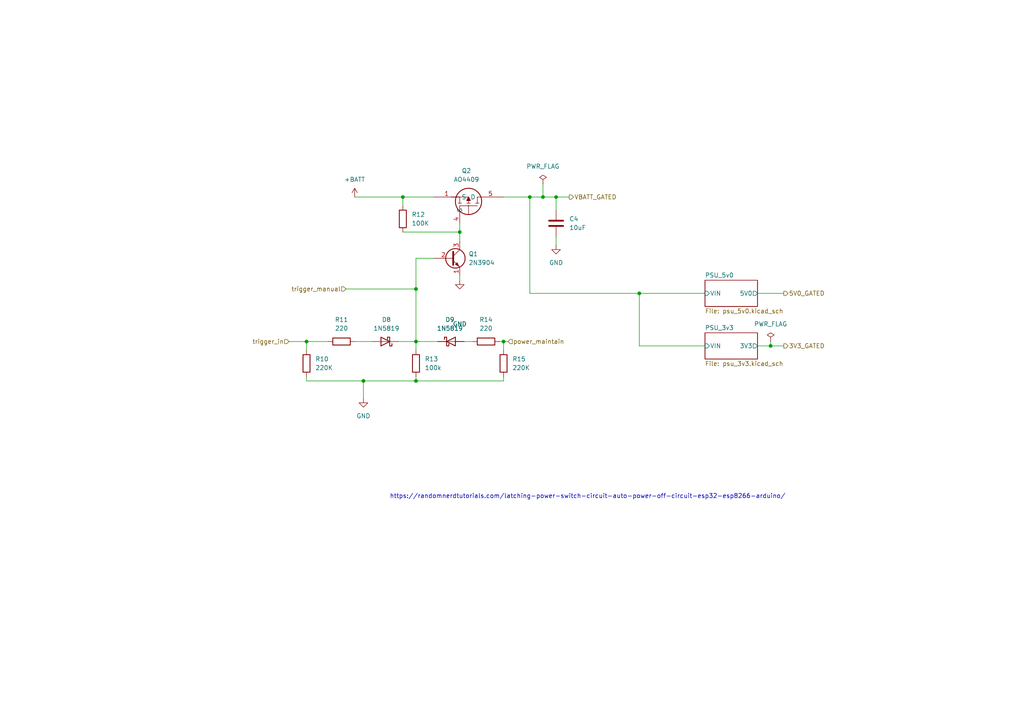
<source format=kicad_sch>
(kicad_sch (version 20211123) (generator eeschema)
  (paper "A4")
  (lib_symbols
    (symbol "Custom_Components:AO4409"
      (property "Reference" "Q" (at 2.54 2.54 0))
      (property "Value" "AO4409" (at 6.35 0 0))
      (symbol "AO4409_0_1"
        (circle (center -1.27 0) (radius 3.81) (stroke (width 0.254)))
        (polyline (pts (xy -2.286 0) (xy -5.08 0)))
        (polyline (pts (xy -1.778 -3.048) (xy -1.778 -2.032)) (stroke (width 0.1524)))
        (polyline (pts (xy -1.778 -2.54) (xy 0 -2.54)) (stroke (width 0.1524)))
        (polyline (pts (xy -1.778 -0.508) (xy -1.778 0.508)) (stroke (width 0.1524)))
        (polyline (pts (xy -1.778 3.048) (xy -1.778 2.032)) (stroke (width 0.1524)))
        (polyline (pts (xy 0 0) (xy -1.778 0)) (stroke (width 0.1524)))
        (polyline (pts (xy 0 0) (xy 0 -5.08)) (stroke (width 0.1524)))
        (polyline (pts (xy 0 2.54) (xy -1.778 2.54)) (stroke (width 0.1524)))
        (polyline (pts (xy -5.08 -2.54) (xy -2.54 -2.54) (xy -2.54 2.54)) (stroke (width 0.1524)))
        (polyline (pts (xy 0 0) (xy -1.016 0.508) (xy -1.016 -0.508) (xy 0 0)) (stroke (width 0.254)) (fill (type outline)))
      )
      (symbol "AO4409_1_1"
        (pin passive line (at 0 -10.16 90) (length 7.62) (name "S") (number "1"))
        (pin passive line (at 0 -10.16 90) (length 7.62) hide (name "S") (number "2"))
        (pin passive line (at 0 -10.16 90) (length 7.62) hide (name "S") (number "3"))
        (pin input line (at -7.62 -2.54 0) (length 2.54) (name "G") (number "4"))
        (pin passive line (at 0 10.16 270) (length 7.62) (name "D") (number "5"))
        (pin passive line (at 0 10.16 270) (length 7.62) hide (name "D") (number "6"))
        (pin passive line (at 0 10.16 270) (length 7.62) hide (name "D") (number "7"))
        (pin passive line (at 0 10.16 270) (length 7.62) hide (name "D") (number "8"))
      )
    )
    (symbol "Device:C" (pin_numbers hide) (pin_names (offset 0.254))
      (property "Reference" "C" (at 0.635 2.54 0))
      (property "Value" "C" (at 0.635 -2.54 0))
      (symbol "C_0_1"
        (polyline (pts (xy -2.032 -0.762) (xy 2.032 -0.762)) (stroke (width 0.508)))
        (polyline (pts (xy -2.032 0.762) (xy 2.032 0.762)) (stroke (width 0.508)))
      )
      (symbol "C_1_1"
        (pin passive line (at 0 3.81 270) (length 2.794) (name "~") (number "1"))
        (pin passive line (at 0 -3.81 90) (length 2.794) (name "~") (number "2"))
      )
    )
    (symbol "Device:R" (pin_numbers hide) (pin_names (offset 0))
      (property "Reference" "R" (at 2.032 0 90))
      (property "Value" "R" (at 0 0 90))
      (symbol "R_0_1"
        (rectangle (start -1.016 -2.54) (end 1.016 2.54) (stroke (width 0.254)))
      )
      (symbol "R_1_1"
        (pin passive line (at 0 3.81 270) (length 1.27) (name "~") (number "1"))
        (pin passive line (at 0 -3.81 90) (length 1.27) (name "~") (number "2"))
      )
    )
    (symbol "Diode:1N5819" (pin_numbers hide) (pin_names (offset 1.016) hide)
      (property "Reference" "D" (at 0 2.54 0))
      (property "Value" "1N5819" (at 0 -2.54 0))
      (symbol "1N5819_0_1"
        (polyline (pts (xy 1.27 0) (xy -1.27 0)))
        (polyline (pts (xy 1.27 1.27) (xy 1.27 -1.27) (xy -1.27 0) (xy 1.27 1.27)) (stroke (width 0.254)))
        (polyline (pts (xy -1.905 0.635) (xy -1.905 1.27) (xy -1.27 1.27) (xy -1.27 -1.27) (xy -0.635 -1.27) (xy -0.635 -0.635)) (stroke (width 0.254)))
      )
      (symbol "1N5819_1_1"
        (pin passive line (at -3.81 0 0) (length 2.54) (name "K") (number "1"))
        (pin passive line (at 3.81 0 180) (length 2.54) (name "A") (number "2"))
      )
    )
    (symbol "Transistor_BJT:2N3904" (pin_names (offset 0) hide)
      (property "Reference" "Q" (at 5.08 1.905 0))
      (property "Value" "2N3904" (at 5.08 0 0))
      (symbol "2N3904_0_1"
        (polyline (pts (xy 0.635 0.635) (xy 2.54 2.54)))
        (polyline (pts (xy 0.635 -0.635) (xy 2.54 -2.54) (xy 2.54 -2.54)))
        (polyline (pts (xy 0.635 1.905) (xy 0.635 -1.905) (xy 0.635 -1.905)) (stroke (width 0.508)))
        (polyline (pts (xy 1.27 -1.778) (xy 1.778 -1.27) (xy 2.286 -2.286) (xy 1.27 -1.778) (xy 1.27 -1.778)) (fill (type outline)))
        (circle (center 1.27 0) (radius 2.8194) (stroke (width 0.254)))
      )
      (symbol "2N3904_1_1"
        (pin passive line (at 2.54 -5.08 90) (length 2.54) (name "E") (number "1"))
        (pin passive line (at -5.08 0 0) (length 5.715) (name "B") (number "2"))
        (pin passive line (at 2.54 5.08 270) (length 2.54) (name "C") (number "3"))
      )
    )
    (symbol "power:+BATT" (power) (pin_names (offset 0))
      (property "Value" "+BATT" (at 0 3.556 0))
      (symbol "+BATT_0_1"
        (polyline (pts (xy -0.762 1.27) (xy 0 2.54)))
        (polyline (pts (xy 0 0) (xy 0 2.54)))
        (polyline (pts (xy 0 2.54) (xy 0.762 1.27)))
      )
      (symbol "+BATT_1_1"
        (pin power_in line (at 0 0 90) (length 0) hide (name "+BATT") (number "1"))
      )
    )
    (symbol "power:GND" (power) (pin_names (offset 0))
      (property "Value" "GND" (at 0 -3.81 0))
      (symbol "GND_0_1"
        (polyline (pts (xy 0 0) (xy 0 -1.27) (xy 1.27 -1.27) (xy 0 -2.54) (xy -1.27 -1.27) (xy 0 -1.27)))
      )
      (symbol "GND_1_1"
        (pin power_in line (at 0 0 270) (length 0) hide (name "GND") (number "1"))
      )
    )
    (symbol "power:PWR_FLAG" (power) (pin_numbers hide) (pin_names (offset 0) hide)
      (property "Value" "PWR_FLAG" (at 0 3.81 0))
      (symbol "PWR_FLAG_0_0"
        (pin power_out line (at 0 0 90) (length 0) (name "pwr") (number "1"))
      )
      (symbol "PWR_FLAG_0_1"
        (polyline (pts (xy 0 0) (xy 0 1.27) (xy -1.016 1.905) (xy 0 2.54) (xy 1.016 1.905) (xy 0 1.27)))
      )
    )
  )
  (junction (at 185.42 85.09))
  (junction (at 120.65 83.82))
  (junction (at 223.52 100.33))
  (junction (at 88.9 99.06))
  (junction (at 105.41 110.49))
  (junction (at 146.05 99.06))
  (junction (at 116.84 57.15))
  (junction (at 161.29 57.15))
  (junction (at 157.48 57.15))
  (junction (at 120.65 99.06))
  (junction (at 153.67 57.15))
  (junction (at 120.65 110.49))
  (junction (at 133.35 67.31))
  (wire (pts (xy 153.67 57.15) (xy 157.48 57.15)))
  (wire (pts (xy 88.9 99.06) (xy 95.25 99.06)))
  (wire (pts (xy 157.48 53.34) (xy 157.48 57.15)))
  (wire (pts (xy 120.65 74.93) (xy 120.65 83.82)))
  (wire (pts (xy 133.35 69.85) (xy 133.35 67.31)))
  (wire (pts (xy 147.32 99.06) (xy 146.05 99.06)))
  (wire (pts (xy 157.48 57.15) (xy 161.29 57.15)))
  (wire (pts (xy 120.65 110.49) (xy 146.05 110.49)))
  (wire (pts (xy 223.52 99.06) (xy 223.52 100.33)))
  (wire (pts (xy 146.05 99.06) (xy 144.78 99.06)))
  (wire (pts (xy 161.29 57.15) (xy 165.1 57.15)))
  (wire (pts (xy 153.67 57.15) (xy 153.67 85.09)))
  (wire (pts (xy 116.84 57.15) (xy 125.73 57.15)))
  (wire (pts (xy 137.16 99.06) (xy 134.62 99.06)))
  (wire (pts (xy 88.9 101.6) (xy 88.9 99.06)))
  (wire (pts (xy 116.84 59.69) (xy 116.84 57.15)))
  (wire (pts (xy 105.41 110.49) (xy 105.41 115.57)))
  (wire (pts (xy 219.71 100.33) (xy 223.52 100.33)))
  (wire (pts (xy 102.87 57.15) (xy 116.84 57.15)))
  (wire (pts (xy 146.05 110.49) (xy 146.05 109.22)))
  (wire (pts (xy 223.52 100.33) (xy 227.33 100.33)))
  (wire (pts (xy 185.42 85.09) (xy 204.47 85.09)))
  (wire (pts (xy 133.35 64.77) (xy 133.35 67.31)))
  (wire (pts (xy 120.65 101.6) (xy 120.65 99.06)))
  (wire (pts (xy 120.65 83.82) (xy 120.65 99.06)))
  (wire (pts (xy 88.9 110.49) (xy 105.41 110.49)))
  (wire (pts (xy 185.42 100.33) (xy 185.42 85.09)))
  (wire (pts (xy 133.35 81.28) (xy 133.35 80.01)))
  (wire (pts (xy 153.67 85.09) (xy 185.42 85.09)))
  (wire (pts (xy 116.84 67.31) (xy 133.35 67.31)))
  (wire (pts (xy 120.65 99.06) (xy 115.57 99.06)))
  (wire (pts (xy 105.41 110.49) (xy 120.65 110.49)))
  (wire (pts (xy 100.33 83.82) (xy 120.65 83.82)))
  (wire (pts (xy 161.29 71.12) (xy 161.29 68.58)))
  (wire (pts (xy 146.05 57.15) (xy 153.67 57.15)))
  (wire (pts (xy 120.65 99.06) (xy 127 99.06)))
  (wire (pts (xy 83.82 99.06) (xy 88.9 99.06)))
  (wire (pts (xy 219.71 85.09) (xy 227.33 85.09)))
  (wire (pts (xy 102.87 99.06) (xy 107.95 99.06)))
  (wire (pts (xy 88.9 110.49) (xy 88.9 109.22)))
  (wire (pts (xy 125.73 74.93) (xy 120.65 74.93)))
  (wire (pts (xy 204.47 100.33) (xy 185.42 100.33)))
  (wire (pts (xy 146.05 101.6) (xy 146.05 99.06)))
  (wire (pts (xy 161.29 60.96) (xy 161.29 57.15)))
  (wire (pts (xy 120.65 110.49) (xy 120.65 109.22)))
  (text "https://randomnerdtutorials.com/latching-power-switch-circuit-auto-power-off-circuit-esp32-esp8266-arduino/" (at 113.03 144.78 0) (effects (font (size 1.27 1.27)) (justify left bottom)))
  (hierarchical_label "5V0_GATED" (shape output) (at 227.33 85.09 0))
  (hierarchical_label "3V3_GATED" (shape output) (at 227.33 100.33 0))
  (hierarchical_label "power_maintain" (shape input) (at 147.32 99.06 0))
  (hierarchical_label "trigger_manual" (shape input) (at 100.33 83.82 180))
  (hierarchical_label "trigger_in" (shape input) (at 83.82 99.06 180))
  (hierarchical_label "VBATT_GATED" (shape output) (at 165.1 57.15 0))
  (symbol (lib_id "Device:R") (at 99.06 99.06 90) (unit 1)
    (property "Reference" "R11" (at 99.06 92.71 90))
    (property "Value" "220" (at 99.06 95.25 90))
    (property "Footprint" "Resistor_SMD:R_1206_3216Metric" (effects hide))
  )
  (symbol (lib_id "Diode:1N5819") (at 130.81 99.06 0) (unit 1)
    (property "Reference" "D9" (at 130.4925 92.71 0))
    (property "Value" "1N5819" (at 130.4925 95.25 0))
    (property "Footprint" "Diode_SMD:D_SOD-123" (effects hide))
    (property "Datasheet" "http://www.vishay.com/docs/88525/1n5817.pdf" (effects hide))
  )
  (symbol (lib_id "Device:R") (at 116.84 63.5 0) (unit 1)
    (property "Reference" "R12" (at 119.38 62.2299 0) (effects (justify left)))
    (property "Value" "100K" (at 119.38 64.7699 0) (effects (justify left)))
    (property "Footprint" "Resistor_SMD:R_1206_3216Metric" (effects hide))
  )
  (symbol (lib_id "Device:R") (at 140.97 99.06 90) (unit 1)
    (property "Reference" "R14" (at 140.97 92.71 90))
    (property "Value" "220" (at 140.97 95.25 90))
    (property "Footprint" "Resistor_SMD:R_1206_3216Metric" (effects hide))
  )
  (symbol (lib_id "power:PWR_FLAG") (at 157.48 53.34 0) (unit 1)
    (property "Reference" "#FLG04" (effects hide))
    (property "Value" "PWR_FLAG" (at 157.48 48.26 0))
  )
  (symbol (lib_id "Device:R") (at 120.65 105.41 0) (unit 1)
    (property "Reference" "R13" (at 123.19 104.1399 0) (effects (justify left)))
    (property "Value" "100k" (at 123.19 106.6799 0) (effects (justify left)))
    (property "Footprint" "Resistor_SMD:R_1206_3216Metric" (effects hide))
  )
  (symbol (lib_id "Transistor_BJT:2N3904") (at 130.81 74.93 0) (unit 1)
    (property "Reference" "Q1" (at 135.89 73.6599 0) (effects (justify left)))
    (property "Value" "2N3904" (at 135.89 76.1999 0) (effects (justify left)))
    (property "Footprint" "Package_TO_SOT_SMD:SOT-23" (effects hide))
    (property "Datasheet" "https://www.onsemi.com/pub/Collateral/2N3903-D.PDF" (effects hide))
  )
  (symbol (lib_id "power:+BATT") (at 102.87 57.15 0) (unit 1)
    (property "Reference" "#PWR031" (effects hide))
    (property "Value" "+BATT" (at 102.87 52.07 0))
  )
  (symbol (lib_id "power:GND") (at 133.35 81.28 0) (unit 1)
    (property "Reference" "#PWR033" (effects hide))
    (property "Value" "GND" (at 133.35 93.98 0))
  )
  (symbol (lib_id "power:GND") (at 105.41 115.57 0) (unit 1)
    (property "Reference" "#PWR032" (effects hide))
    (property "Value" "GND" (at 105.41 120.65 0))
  )
  (symbol (lib_id "Diode:1N5819") (at 111.76 99.06 180) (unit 1)
    (property "Reference" "D8" (at 112.0775 92.71 0))
    (property "Value" "1N5819" (at 112.0775 95.25 0))
    (property "Footprint" "Diode_SMD:D_SOD-123" (effects hide))
    (property "Datasheet" "http://www.vishay.com/docs/88525/1n5817.pdf" (effects hide))
  )
  (symbol (lib_id "Device:C") (at 161.29 64.77 0) (unit 1)
    (property "Reference" "C4" (at 165.1 63.4999 0) (effects (justify left)))
    (property "Value" "10uF" (at 165.1 66.0399 0) (effects (justify left)))
    (property "Footprint" "Capacitor_SMD:C_0805_2012Metric" (effects hide))
  )
  (symbol (lib_id "Device:R") (at 88.9 105.41 0) (unit 1)
    (property "Reference" "R10" (at 91.44 104.1399 0) (effects (justify left)))
    (property "Value" "220K" (at 91.44 106.6799 0) (effects (justify left)))
    (property "Footprint" "Resistor_SMD:R_1206_3216Metric" (effects hide))
  )
  (symbol (lib_id "power:GND") (at 161.29 71.12 0) (unit 1)
    (property "Reference" "#PWR034" (effects hide))
    (property "Value" "GND" (at 161.29 76.2 0))
  )
  (symbol (lib_id "Device:R") (at 146.05 105.41 0) (unit 1)
    (property "Reference" "R15" (at 148.59 104.1399 0) (effects (justify left)))
    (property "Value" "220K" (at 148.59 106.6799 0) (effects (justify left)))
    (property "Footprint" "Resistor_SMD:R_1206_3216Metric" (effects hide))
  )
  (symbol (lib_id "power:PWR_FLAG") (at 223.52 99.06 0) (unit 1)
    (property "Reference" "#FLG05" (effects hide))
    (property "Value" "PWR_FLAG" (at 223.52 93.98 0))
  )
  (symbol (lib_id "Custom_Components:AO4409") (at 135.89 57.15 270) (mirror x) (unit 1)
    (property "Reference" "Q2" (at 135.2804 49.53 90))
    (property "Value" "AO4409" (at 135.2804 52.07 90))
    (property "Footprint" "Package_SO:SOIC-8_3.9x4.9mm_P1.27mm" (effects hide))
    (property "Datasheet" "http://www.aosmd.com/pdfs/datasheet/AO4409.pdf" (effects hide))
  )
  (sheet (at 204.47 96.52) (size 15.24 7.62) (stroke (width 0.1524))
    (property "Sheet name" "PSU_3v3" (at 204.47 95.8084 0) (effects (justify left bottom)))
    (property "Sheet file" "psu_3v3.kicad_sch" (at 204.47 104.7246 0) (effects (justify left top)))
    (pin "3V3" output (at 219.71 100.33 0))
    (pin "VIN" input (at 204.47 100.33 180))
  )
  (sheet (at 204.47 81.28) (size 15.24 7.62) (stroke (width 0.1524))
    (property "Sheet name" "PSU_5v0" (at 204.47 80.5684 0) (effects (justify left bottom)))
    (property "Sheet file" "psu_5v0.kicad_sch" (at 204.47 89.4846 0) (effects (justify left top)))
    (pin "5V0" output (at 219.71 85.09 0))
    (pin "VIN" input (at 204.47 85.09 180))
  )
)
</source>
